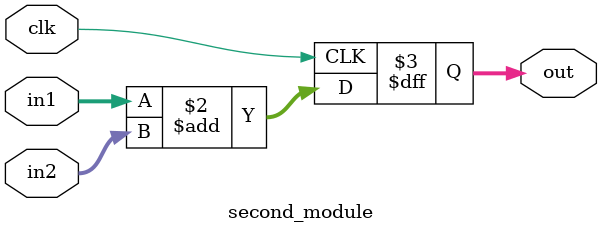
<source format=v>
`define WIDTH 4

module top_module (clk, x, y, q1, q2);
	input 	clk;
    input  	[`WIDTH-1:0] x; 
    input   [`WIDTH-1:0] y;
    output	[2*`WIDTH-1:0] q1;
    output	[2*`WIDTH-1:0] q2;

	wire [2*`WIDTH-1:0] f;

	second_module my_module (clk, {x[3], x[2:0]}, {y[3], y[2:0]}, f);

	second_module my_p_module (clk, {f[3], f[2:0]}, x, q1);

	second_module my_p2_module (clk, {f[3], f[2:0]}, y, q2);


endmodule

module second_module (clk, in1, in2, out);

	input 	clk;
	input	[`WIDTH-1:0] in1;
    input	[`WIDTH-1:0] in2;
    output reg	[2*`WIDTH-1:0] out;

	always@(posedge clk)
	begin
	out <= in1 + in2;
	end


endmodule

/*
	-v ~/desktop/exin/module/expression_in_chain_modules.v -o ~/desktop/exin/module/output.blif -G -A -t ~/desktop/exin/module/expression_in_chain_modules_input -T ~/desktop/exin/module/expression_in_chain_modules_output

*/

</source>
